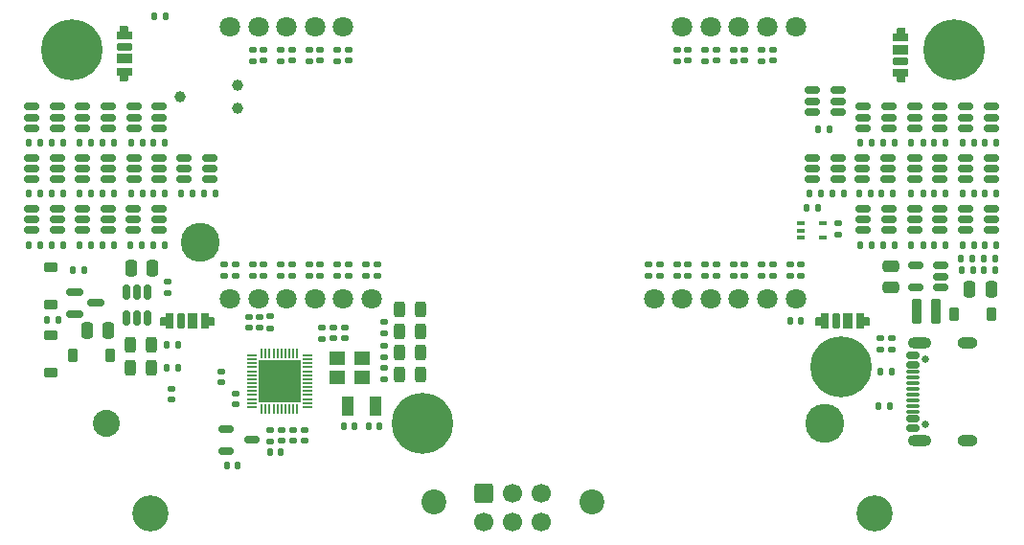
<source format=gbr>
%TF.GenerationSoftware,KiCad,Pcbnew,8.0.6*%
%TF.CreationDate,2024-12-15T00:33:14-05:00*%
%TF.ProjectId,VFDSAO,56464453-414f-42e6-9b69-6361645f7063,rev?*%
%TF.SameCoordinates,Original*%
%TF.FileFunction,Soldermask,Top*%
%TF.FilePolarity,Negative*%
%FSLAX46Y46*%
G04 Gerber Fmt 4.6, Leading zero omitted, Abs format (unit mm)*
G04 Created by KiCad (PCBNEW 8.0.6) date 2024-12-15 00:33:14*
%MOMM*%
%LPD*%
G01*
G04 APERTURE LIST*
G04 Aperture macros list*
%AMRoundRect*
0 Rectangle with rounded corners*
0 $1 Rounding radius*
0 $2 $3 $4 $5 $6 $7 $8 $9 X,Y pos of 4 corners*
0 Add a 4 corners polygon primitive as box body*
4,1,4,$2,$3,$4,$5,$6,$7,$8,$9,$2,$3,0*
0 Add four circle primitives for the rounded corners*
1,1,$1+$1,$2,$3*
1,1,$1+$1,$4,$5*
1,1,$1+$1,$6,$7*
1,1,$1+$1,$8,$9*
0 Add four rect primitives between the rounded corners*
20,1,$1+$1,$2,$3,$4,$5,0*
20,1,$1+$1,$4,$5,$6,$7,0*
20,1,$1+$1,$6,$7,$8,$9,0*
20,1,$1+$1,$8,$9,$2,$3,0*%
%AMFreePoly0*
4,1,45,0.313254,0.697394,0.316790,0.695930,0.363792,0.655799,0.370930,0.641790,0.372394,0.638254,0.380000,0.600000,0.380000,-0.600000,0.372394,-0.638254,0.370930,-0.641790,0.330799,-0.688792,0.316790,-0.695930,0.313254,-0.697394,0.275000,-0.705000,-0.275000,-0.705000,-0.313254,-0.697394,-0.316790,-0.695930,-0.363792,-0.655799,-0.370930,-0.641790,-0.372394,-0.638254,-0.380000,-0.600000,
-0.380000,-0.305000,-0.725000,-0.305000,-0.763254,-0.297394,-0.766790,-0.295930,-0.813792,-0.255799,-0.820930,-0.241790,-0.822394,-0.238254,-0.830000,-0.200000,-0.830000,0.350000,-0.822394,0.388254,-0.820930,0.391790,-0.780799,0.438792,-0.766790,0.445930,-0.763254,0.447394,-0.725000,0.455000,-0.380000,0.455000,-0.380000,0.600000,-0.372394,0.638254,-0.370930,0.641790,-0.330799,0.688792,
-0.316790,0.695930,-0.313254,0.697394,-0.275000,0.705000,0.275000,0.705000,0.313254,0.697394,0.313254,0.697394,$1*%
%AMFreePoly1*
4,1,45,0.313254,0.697394,0.316790,0.695930,0.363792,0.655799,0.370930,0.641790,0.372394,0.638254,0.380000,0.600000,0.380000,0.455000,0.725000,0.455000,0.763254,0.447394,0.766790,0.445930,0.813792,0.405799,0.820930,0.391790,0.822394,0.388254,0.830000,0.350000,0.830000,-0.200000,0.822394,-0.238254,0.820930,-0.241790,0.780799,-0.288792,0.766790,-0.295930,0.763254,-0.297394,
0.725000,-0.305000,0.380000,-0.305000,0.380000,-0.600000,0.372394,-0.638254,0.370930,-0.641790,0.330799,-0.688792,0.316790,-0.695930,0.313254,-0.697394,0.275000,-0.705000,-0.275000,-0.705000,-0.313254,-0.697394,-0.316790,-0.695930,-0.363792,-0.655799,-0.370930,-0.641790,-0.372394,-0.638254,-0.380000,-0.600000,-0.380000,0.600000,-0.372394,0.638254,-0.370930,0.641790,-0.330799,0.688792,
-0.316790,0.695930,-0.313254,0.697394,-0.275000,0.705000,0.275000,0.705000,0.313254,0.697394,0.313254,0.697394,$1*%
G04 Aperture macros list end*
%ADD10RoundRect,0.150000X-0.512500X-0.150000X0.512500X-0.150000X0.512500X0.150000X-0.512500X0.150000X0*%
%ADD11RoundRect,0.135000X-0.135000X-0.185000X0.135000X-0.185000X0.135000X0.185000X-0.135000X0.185000X0*%
%ADD12RoundRect,0.140000X0.170000X-0.140000X0.170000X0.140000X-0.170000X0.140000X-0.170000X-0.140000X0*%
%ADD13RoundRect,0.135000X0.135000X0.185000X-0.135000X0.185000X-0.135000X-0.185000X0.135000X-0.185000X0*%
%ADD14RoundRect,0.135000X0.185000X-0.135000X0.185000X0.135000X-0.185000X0.135000X-0.185000X-0.135000X0*%
%ADD15C,0.650000*%
%ADD16RoundRect,0.150000X0.425000X-0.150000X0.425000X0.150000X-0.425000X0.150000X-0.425000X-0.150000X0*%
%ADD17RoundRect,0.075000X0.500000X-0.075000X0.500000X0.075000X-0.500000X0.075000X-0.500000X-0.075000X0*%
%ADD18O,2.100000X1.000000*%
%ADD19O,1.800000X1.000000*%
%ADD20RoundRect,0.140000X-0.170000X0.140000X-0.170000X-0.140000X0.170000X-0.140000X0.170000X0.140000X0*%
%ADD21C,1.800000*%
%ADD22C,3.200000*%
%ADD23RoundRect,0.212500X-0.212500X-0.887500X0.212500X-0.887500X0.212500X0.887500X-0.212500X0.887500X0*%
%ADD24RoundRect,0.135000X-0.185000X0.135000X-0.185000X-0.135000X0.185000X-0.135000X0.185000X0.135000X0*%
%ADD25C,5.400000*%
%ADD26R,1.400000X1.200000*%
%ADD27C,2.200000*%
%ADD28RoundRect,0.225000X0.375000X-0.225000X0.375000X0.225000X-0.375000X0.225000X-0.375000X-0.225000X0*%
%ADD29RoundRect,0.243750X-0.243750X-0.456250X0.243750X-0.456250X0.243750X0.456250X-0.243750X0.456250X0*%
%ADD30RoundRect,0.140000X0.140000X0.170000X-0.140000X0.170000X-0.140000X-0.170000X0.140000X-0.170000X0*%
%ADD31RoundRect,0.050000X0.350000X0.050000X-0.350000X0.050000X-0.350000X-0.050000X0.350000X-0.050000X0*%
%ADD32RoundRect,0.050000X0.050000X0.350000X-0.050000X0.350000X-0.050000X-0.350000X0.050000X-0.350000X0*%
%ADD33R,3.700000X3.700000*%
%ADD34RoundRect,0.243750X0.243750X0.456250X-0.243750X0.456250X-0.243750X-0.456250X0.243750X-0.456250X0*%
%ADD35RoundRect,0.150000X0.512500X0.150000X-0.512500X0.150000X-0.512500X-0.150000X0.512500X-0.150000X0*%
%ADD36R,1.000000X1.800000*%
%ADD37RoundRect,0.150000X-0.587500X-0.150000X0.587500X-0.150000X0.587500X0.150000X-0.587500X0.150000X0*%
%ADD38FreePoly0,90.000000*%
%ADD39RoundRect,0.102000X0.600000X-0.350000X0.600000X0.350000X-0.600000X0.350000X-0.600000X-0.350000X0*%
%ADD40RoundRect,0.102000X0.600000X-0.225000X0.600000X0.225000X-0.600000X0.225000X-0.600000X-0.225000X0*%
%ADD41FreePoly1,90.000000*%
%ADD42RoundRect,0.225000X0.225000X0.375000X-0.225000X0.375000X-0.225000X-0.375000X0.225000X-0.375000X0*%
%ADD43RoundRect,0.250000X-0.250000X-0.475000X0.250000X-0.475000X0.250000X0.475000X-0.250000X0.475000X0*%
%ADD44RoundRect,0.100000X-0.225000X-0.100000X0.225000X-0.100000X0.225000X0.100000X-0.225000X0.100000X0*%
%ADD45FreePoly0,270.000000*%
%ADD46RoundRect,0.102000X-0.600000X0.350000X-0.600000X-0.350000X0.600000X-0.350000X0.600000X0.350000X0*%
%ADD47RoundRect,0.102000X-0.600000X0.225000X-0.600000X-0.225000X0.600000X-0.225000X0.600000X0.225000X0*%
%ADD48FreePoly1,270.000000*%
%ADD49RoundRect,0.140000X-0.140000X-0.170000X0.140000X-0.170000X0.140000X0.170000X-0.140000X0.170000X0*%
%ADD50RoundRect,0.150000X-0.150000X0.512500X-0.150000X-0.512500X0.150000X-0.512500X0.150000X0.512500X0*%
%ADD51RoundRect,0.250000X0.250000X0.475000X-0.250000X0.475000X-0.250000X-0.475000X0.250000X-0.475000X0*%
%ADD52RoundRect,0.225000X-0.225000X-0.375000X0.225000X-0.375000X0.225000X0.375000X-0.225000X0.375000X0*%
%ADD53RoundRect,0.250000X0.475000X-0.250000X0.475000X0.250000X-0.475000X0.250000X-0.475000X-0.250000X0*%
%ADD54FreePoly0,180.000000*%
%ADD55RoundRect,0.102000X0.350000X0.600000X-0.350000X0.600000X-0.350000X-0.600000X0.350000X-0.600000X0*%
%ADD56RoundRect,0.102000X0.225000X0.600000X-0.225000X0.600000X-0.225000X-0.600000X0.225000X-0.600000X0*%
%ADD57FreePoly1,180.000000*%
%ADD58C,0.990600*%
%ADD59C,2.390000*%
%ADD60C,3.450000*%
%ADD61RoundRect,0.250000X-0.600000X0.600000X-0.600000X-0.600000X0.600000X-0.600000X0.600000X0.600000X0*%
%ADD62C,1.700000*%
G04 APERTURE END LIST*
D10*
%TO.C,Q61*%
X62000000Y-79050000D03*
X62000000Y-80000000D03*
X62000000Y-80950000D03*
X64275000Y-80950000D03*
X64275000Y-80000000D03*
X64275000Y-79050000D03*
%TD*%
D11*
%TO.C,R76*%
X61740000Y-82250000D03*
X62760000Y-82250000D03*
%TD*%
D12*
%TO.C,C32*%
X77600000Y-89580000D03*
X77600000Y-88620000D03*
%TD*%
D13*
%TO.C,R15*%
X127010000Y-79000000D03*
X125990000Y-79000000D03*
%TD*%
D11*
%TO.C,R84*%
X130740000Y-82250000D03*
X131760000Y-82250000D03*
%TD*%
D13*
%TO.C,R37*%
X69260000Y-77750000D03*
X68240000Y-77750000D03*
%TD*%
D10*
%TO.C,Q65*%
X61995000Y-74550000D03*
X61995000Y-75500000D03*
X61995000Y-76450000D03*
X64270000Y-76450000D03*
X64270000Y-75500000D03*
X64270000Y-74550000D03*
%TD*%
D11*
%TO.C,R83*%
X139740000Y-77750000D03*
X140760000Y-77750000D03*
%TD*%
D14*
%TO.C,R62*%
X120500000Y-85010000D03*
X120500000Y-83990000D03*
%TD*%
D15*
%TO.C,J11*%
X136475000Y-98140000D03*
X136475000Y-92360000D03*
D16*
X135400000Y-98450000D03*
X135400000Y-97650000D03*
D17*
X135400000Y-96500000D03*
X135400000Y-95500000D03*
X135400000Y-95000000D03*
X135400000Y-94000000D03*
D16*
X135400000Y-92850000D03*
X135400000Y-92050000D03*
X135400000Y-92050000D03*
X135400000Y-92850000D03*
D17*
X135400000Y-93500000D03*
X135400000Y-94500000D03*
X135400000Y-96000000D03*
X135400000Y-97000000D03*
D16*
X135400000Y-97650000D03*
X135400000Y-98450000D03*
D18*
X135975000Y-99570000D03*
D19*
X140155000Y-99570000D03*
D18*
X135975000Y-90930000D03*
D19*
X140155000Y-90930000D03*
%TD*%
D20*
%TO.C,C27*%
X132500000Y-90520000D03*
X132500000Y-91480000D03*
%TD*%
%TO.C,C41*%
X123000000Y-65020000D03*
X123000000Y-65980000D03*
%TD*%
D11*
%TO.C,R72*%
X66240000Y-77750000D03*
X67260000Y-77750000D03*
%TD*%
D12*
%TO.C,C43*%
X77000000Y-84980000D03*
X77000000Y-84020000D03*
%TD*%
D21*
%TO.C,D25*%
X75000000Y-63000000D03*
X77500000Y-63000000D03*
X80000000Y-63000000D03*
X82500000Y-63000000D03*
X85000000Y-63000000D03*
X115000000Y-63000000D03*
X117500000Y-63000000D03*
X120000000Y-63000000D03*
X122500000Y-63000000D03*
X125000000Y-63000000D03*
X125000000Y-87000000D03*
X122500000Y-87000000D03*
X120000000Y-87000000D03*
X117500000Y-87000000D03*
X115000000Y-87000000D03*
X112500000Y-87000000D03*
X87500000Y-87000000D03*
X85000000Y-87000000D03*
X82500000Y-87000000D03*
X80000000Y-87000000D03*
X77500000Y-87000000D03*
X75000000Y-87000000D03*
%TD*%
D22*
%TO.C,H17*%
X68000000Y-106000000D03*
%TD*%
D10*
%TO.C,Q54*%
X135500000Y-70050000D03*
X135500000Y-71000000D03*
X135500000Y-71950000D03*
X137775000Y-71950000D03*
X137775000Y-71000000D03*
X137775000Y-70050000D03*
%TD*%
D13*
%TO.C,R51*%
X60260000Y-77750000D03*
X59240000Y-77750000D03*
%TD*%
D23*
%TO.C,L11*%
X135750000Y-88100000D03*
X137400000Y-88100000D03*
%TD*%
D13*
%TO.C,R35*%
X64760000Y-73250000D03*
X63740000Y-73250000D03*
%TD*%
%TO.C,R43*%
X60260000Y-82250000D03*
X59240000Y-82250000D03*
%TD*%
%TO.C,R53*%
X64755000Y-77750000D03*
X63735000Y-77750000D03*
%TD*%
D24*
%TO.C,R40*%
X82000000Y-64990000D03*
X82000000Y-66010000D03*
%TD*%
D25*
%TO.C,H11*%
X92000000Y-98000000D03*
%TD*%
D26*
%TO.C,Y12*%
X84450000Y-94000000D03*
X86650000Y-94000000D03*
X86650000Y-92300000D03*
X84450000Y-92300000D03*
%TD*%
D14*
%TO.C,R19*%
X69500000Y-86510000D03*
X69500000Y-85490000D03*
%TD*%
D20*
%TO.C,C11*%
X128800000Y-80370000D03*
X128800000Y-81330000D03*
%TD*%
D27*
%TO.C,H16*%
X107000000Y-105000000D03*
%TD*%
D20*
%TO.C,C28*%
X80600000Y-98620000D03*
X80600000Y-99580000D03*
%TD*%
D28*
%TO.C,D16*%
X59200000Y-93550000D03*
X59200000Y-90250000D03*
%TD*%
D14*
%TO.C,R50*%
X83000000Y-85010000D03*
X83000000Y-83990000D03*
%TD*%
%TO.C,R18*%
X78600000Y-89610000D03*
X78600000Y-88590000D03*
%TD*%
D10*
%TO.C,Q57*%
X66500000Y-74550000D03*
X66500000Y-75500000D03*
X66500000Y-76450000D03*
X68775000Y-76450000D03*
X68775000Y-75500000D03*
X68775000Y-74550000D03*
%TD*%
D13*
%TO.C,R63*%
X138260000Y-82250000D03*
X137240000Y-82250000D03*
%TD*%
D10*
%TO.C,Q67*%
X135500000Y-74550000D03*
X135500000Y-75500000D03*
X135500000Y-76450000D03*
X137775000Y-76450000D03*
X137775000Y-75500000D03*
X137775000Y-74550000D03*
%TD*%
D29*
%TO.C,D17*%
X66162500Y-93100000D03*
X68037500Y-93100000D03*
%TD*%
D13*
%TO.C,R14*%
X133310000Y-96500000D03*
X132290000Y-96500000D03*
%TD*%
D14*
%TO.C,R64*%
X123000000Y-85010000D03*
X123000000Y-83990000D03*
%TD*%
D10*
%TO.C,Q62*%
X66480000Y-79050000D03*
X66480000Y-80000000D03*
X66480000Y-80950000D03*
X68755000Y-80950000D03*
X68755000Y-80000000D03*
X68755000Y-79050000D03*
%TD*%
D30*
%TO.C,C12*%
X127980000Y-72000000D03*
X127020000Y-72000000D03*
%TD*%
D31*
%TO.C,U15*%
X81830000Y-96575000D03*
X81830000Y-96225000D03*
X81830000Y-95875000D03*
X81830000Y-95525000D03*
X81830000Y-95175000D03*
X81830000Y-94825000D03*
X81830000Y-94475000D03*
X81830000Y-94125000D03*
X81830000Y-93775000D03*
X81830000Y-93425000D03*
X81830000Y-93075000D03*
X81830000Y-92725000D03*
X81830000Y-92375000D03*
X81830000Y-92025000D03*
D32*
X80955000Y-91850000D03*
X80605000Y-91850000D03*
X80255000Y-91850000D03*
X79905000Y-91850000D03*
X79555000Y-91850000D03*
X79205000Y-91850000D03*
X78855000Y-91850000D03*
X78505000Y-91850000D03*
X78155000Y-91850000D03*
X77805000Y-91850000D03*
D31*
X76930000Y-92025000D03*
X76930000Y-92375000D03*
X76930000Y-92725000D03*
X76930000Y-93075000D03*
X76930000Y-93425000D03*
X76930000Y-93775000D03*
X76930000Y-94125000D03*
X76930000Y-94475000D03*
X76930000Y-94825000D03*
X76930000Y-95175000D03*
X76930000Y-95525000D03*
X76930000Y-95875000D03*
X76930000Y-96225000D03*
X76930000Y-96575000D03*
D32*
X77805000Y-96750000D03*
X78155000Y-96750000D03*
X78505000Y-96750000D03*
X78855000Y-96750000D03*
X79205000Y-96750000D03*
X79555000Y-96750000D03*
X79905000Y-96750000D03*
X80255000Y-96750000D03*
X80605000Y-96750000D03*
X80955000Y-96750000D03*
D33*
X79380000Y-94300000D03*
%TD*%
D10*
%TO.C,Q56*%
X62000000Y-70050000D03*
X62000000Y-71000000D03*
X62000000Y-71950000D03*
X64275000Y-71950000D03*
X64275000Y-71000000D03*
X64275000Y-70050000D03*
%TD*%
%TO.C,Q53*%
X131000000Y-70050000D03*
X131000000Y-71000000D03*
X131000000Y-71950000D03*
X133275000Y-71950000D03*
X133275000Y-71000000D03*
X133275000Y-70050000D03*
%TD*%
D24*
%TO.C,R42*%
X122000000Y-64990000D03*
X122000000Y-66010000D03*
%TD*%
D13*
%TO.C,R33*%
X60260000Y-73250000D03*
X59240000Y-73250000D03*
%TD*%
%TO.C,R65*%
X142760000Y-82250000D03*
X141740000Y-82250000D03*
%TD*%
%TO.C,R45*%
X64760000Y-82250000D03*
X63740000Y-82250000D03*
%TD*%
D11*
%TO.C,R75*%
X57240000Y-82250000D03*
X58260000Y-82250000D03*
%TD*%
D34*
%TO.C,D12*%
X91837500Y-91800000D03*
X89962500Y-91800000D03*
%TD*%
D13*
%TO.C,R59*%
X142760000Y-77750000D03*
X141740000Y-77750000D03*
%TD*%
%TO.C,R49*%
X69260000Y-73250000D03*
X68240000Y-73250000D03*
%TD*%
D35*
%TO.C,U16*%
X137862500Y-86000000D03*
X137862500Y-85050000D03*
X137862500Y-84100000D03*
X135587500Y-84100000D03*
X135587500Y-86000000D03*
%TD*%
D13*
%TO.C,R20*%
X69319771Y-62028255D03*
X68299771Y-62028255D03*
%TD*%
D11*
%TO.C,R79*%
X57240000Y-77750000D03*
X58260000Y-77750000D03*
%TD*%
D10*
%TO.C,Q58*%
X70980000Y-74550000D03*
X70980000Y-75500000D03*
X70980000Y-76450000D03*
X73255000Y-76450000D03*
X73255000Y-75500000D03*
X73255000Y-74550000D03*
%TD*%
D11*
%TO.C,R69*%
X135240000Y-73250000D03*
X136260000Y-73250000D03*
%TD*%
D29*
%TO.C,D14*%
X66200000Y-91100000D03*
X68075000Y-91100000D03*
%TD*%
D12*
%TO.C,C25*%
X69800000Y-95930000D03*
X69800000Y-94970000D03*
%TD*%
D14*
%TO.C,R13*%
X83150000Y-90550000D03*
X83150000Y-89530000D03*
%TD*%
D10*
%TO.C,Q52*%
X126500000Y-74550000D03*
X126500000Y-75500000D03*
X126500000Y-76450000D03*
X128775000Y-76450000D03*
X128775000Y-75500000D03*
X128775000Y-74550000D03*
%TD*%
D14*
%TO.C,R46*%
X78000000Y-85010000D03*
X78000000Y-83990000D03*
%TD*%
D36*
%TO.C,Y11*%
X85400000Y-96550000D03*
X87900000Y-96550000D03*
%TD*%
D37*
%TO.C,Q11*%
X61312500Y-86450000D03*
X61312500Y-88350000D03*
X63187500Y-87400000D03*
%TD*%
D14*
%TO.C,R56*%
X113000000Y-85010000D03*
X113000000Y-83990000D03*
%TD*%
D25*
%TO.C,H12*%
X129000000Y-93000000D03*
%TD*%
D24*
%TO.C,R36*%
X79500000Y-64990000D03*
X79500000Y-66010000D03*
%TD*%
D20*
%TO.C,C34*%
X115500000Y-65020000D03*
X115500000Y-65980000D03*
%TD*%
D13*
%TO.C,R17*%
X70410000Y-93100000D03*
X69390000Y-93100000D03*
%TD*%
D20*
%TO.C,C31*%
X79600000Y-98620000D03*
X79600000Y-99580000D03*
%TD*%
D38*
%TO.C,D22*%
X65720000Y-66925000D03*
D39*
X65720000Y-65800000D03*
D40*
X65720000Y-64775000D03*
D41*
X65720000Y-63775000D03*
%TD*%
D11*
%TO.C,R82*%
X135240000Y-77750000D03*
X136260000Y-77750000D03*
%TD*%
D14*
%TO.C,R52*%
X85500000Y-85010000D03*
X85500000Y-83990000D03*
%TD*%
D34*
%TO.C,D11*%
X91837500Y-88000000D03*
X89962500Y-88000000D03*
%TD*%
D42*
%TO.C,D23*%
X142325000Y-88400000D03*
X139025000Y-88400000D03*
%TD*%
D24*
%TO.C,R30*%
X117000000Y-64990000D03*
X117000000Y-66010000D03*
%TD*%
D14*
%TO.C,R54*%
X88000000Y-85010000D03*
X88000000Y-83990000D03*
%TD*%
D13*
%TO.C,R25*%
X142685000Y-84500000D03*
X141665000Y-84500000D03*
%TD*%
D28*
%TO.C,D21*%
X59187500Y-87500000D03*
X59187500Y-84200000D03*
%TD*%
D43*
%TO.C,C18*%
X66250000Y-84337500D03*
X68150000Y-84337500D03*
%TD*%
D11*
%TO.C,R70*%
X57240000Y-73250000D03*
X58260000Y-73250000D03*
%TD*%
D10*
%TO.C,Q64*%
X57500000Y-74550000D03*
X57500000Y-75500000D03*
X57500000Y-76450000D03*
X59775000Y-76450000D03*
X59775000Y-75500000D03*
X59775000Y-74550000D03*
%TD*%
D14*
%TO.C,R58*%
X115500000Y-85010000D03*
X115500000Y-83990000D03*
%TD*%
D44*
%TO.C,U11*%
X125500000Y-80350000D03*
X125500000Y-81000000D03*
X125500000Y-81650000D03*
X127400000Y-81650000D03*
X127400000Y-80350000D03*
%TD*%
D45*
%TO.C,D24*%
X134280000Y-63875000D03*
D46*
X134280000Y-65000000D03*
D47*
X134280000Y-66025000D03*
D48*
X134280000Y-67025000D03*
%TD*%
D11*
%TO.C,R71*%
X61740000Y-73250000D03*
X62760000Y-73250000D03*
%TD*%
D34*
%TO.C,D13*%
X91850000Y-93750000D03*
X89975000Y-93750000D03*
%TD*%
D11*
%TO.C,R81*%
X130602500Y-77750000D03*
X131622500Y-77750000D03*
%TD*%
D49*
%TO.C,C15*%
X85070000Y-98250000D03*
X86030000Y-98250000D03*
%TD*%
D12*
%TO.C,C53*%
X124500000Y-84980000D03*
X124500000Y-84020000D03*
%TD*%
D20*
%TO.C,C37*%
X78000000Y-65020000D03*
X78000000Y-65980000D03*
%TD*%
D50*
%TO.C,U14*%
X67750000Y-86462500D03*
X66800000Y-86462500D03*
X65850000Y-86462500D03*
X65850000Y-88737500D03*
X66800000Y-88737500D03*
X67750000Y-88737500D03*
%TD*%
D20*
%TO.C,C35*%
X118000000Y-65020000D03*
X118000000Y-65980000D03*
%TD*%
D14*
%TO.C,R60*%
X118000000Y-85010000D03*
X118000000Y-83990000D03*
%TD*%
D11*
%TO.C,R73*%
X70720000Y-77750000D03*
X71740000Y-77750000D03*
%TD*%
D13*
%TO.C,R39*%
X73740000Y-77750000D03*
X72720000Y-77750000D03*
%TD*%
D12*
%TO.C,C26*%
X85150000Y-90510000D03*
X85150000Y-89550000D03*
%TD*%
D24*
%TO.C,R12*%
X88600000Y-93090000D03*
X88600000Y-94110000D03*
%TD*%
%TO.C,R38*%
X84500000Y-64990000D03*
X84500000Y-66010000D03*
%TD*%
D12*
%TO.C,C50*%
X117000000Y-84980000D03*
X117000000Y-84020000D03*
%TD*%
D24*
%TO.C,R32*%
X119500000Y-64990000D03*
X119500000Y-66010000D03*
%TD*%
D13*
%TO.C,R41*%
X142760000Y-73250000D03*
X141740000Y-73250000D03*
%TD*%
D25*
%TO.C,H14*%
X139000000Y-65000000D03*
%TD*%
D10*
%TO.C,U13*%
X126500000Y-68600000D03*
X126500000Y-69550000D03*
X126500000Y-70500000D03*
X128775000Y-70500000D03*
X128775000Y-69550000D03*
X128775000Y-68600000D03*
%TD*%
D12*
%TO.C,C24*%
X84150000Y-90510000D03*
X84150000Y-89550000D03*
%TD*%
D14*
%TO.C,R22*%
X88600000Y-90060000D03*
X88600000Y-89040000D03*
%TD*%
D11*
%TO.C,R74*%
X139740000Y-73250000D03*
X140760000Y-73250000D03*
%TD*%
D10*
%TO.C,Q60*%
X57500000Y-79050000D03*
X57500000Y-80000000D03*
X57500000Y-80950000D03*
X59775000Y-80950000D03*
X59775000Y-80000000D03*
X59775000Y-79050000D03*
%TD*%
D13*
%TO.C,R27*%
X129260000Y-77750000D03*
X128240000Y-77750000D03*
%TD*%
D14*
%TO.C,R66*%
X125500000Y-85010000D03*
X125500000Y-83990000D03*
%TD*%
D51*
%TO.C,C13*%
X64250000Y-89800000D03*
X62350000Y-89800000D03*
%TD*%
D13*
%TO.C,R31*%
X138260000Y-73250000D03*
X137240000Y-73250000D03*
%TD*%
D11*
%TO.C,R77*%
X66220000Y-82250000D03*
X67240000Y-82250000D03*
%TD*%
D13*
%TO.C,R16*%
X70410000Y-91100000D03*
X69390000Y-91100000D03*
%TD*%
%TO.C,R29*%
X133760000Y-73250000D03*
X132740000Y-73250000D03*
%TD*%
D11*
%TO.C,R85*%
X135240000Y-82250000D03*
X136260000Y-82250000D03*
%TD*%
D12*
%TO.C,C42*%
X74500000Y-84980000D03*
X74500000Y-84020000D03*
%TD*%
D10*
%TO.C,Q66*%
X130862500Y-74550000D03*
X130862500Y-75500000D03*
X130862500Y-76450000D03*
X133137500Y-76450000D03*
X133137500Y-75500000D03*
X133137500Y-74550000D03*
%TD*%
D11*
%TO.C,R67*%
X126240000Y-77750000D03*
X127260000Y-77750000D03*
%TD*%
D30*
%TO.C,C23*%
X125500000Y-89000000D03*
X124540000Y-89000000D03*
%TD*%
D11*
%TO.C,R78*%
X66240000Y-73250000D03*
X67260000Y-73250000D03*
%TD*%
D13*
%TO.C,R57*%
X138260000Y-77750000D03*
X137240000Y-77750000D03*
%TD*%
%TO.C,R24*%
X59847500Y-88900000D03*
X58827500Y-88900000D03*
%TD*%
D12*
%TO.C,C46*%
X84500000Y-84980000D03*
X84500000Y-84020000D03*
%TD*%
D14*
%TO.C,R44*%
X75500000Y-85010000D03*
X75500000Y-83990000D03*
%TD*%
D52*
%TO.C,D15*%
X61150000Y-92000000D03*
X64450000Y-92000000D03*
%TD*%
D20*
%TO.C,C36*%
X120500000Y-65020000D03*
X120500000Y-65980000D03*
%TD*%
D27*
%TO.C,H15*%
X93000000Y-105000000D03*
%TD*%
D13*
%TO.C,R26*%
X140685000Y-84500000D03*
X139665000Y-84500000D03*
%TD*%
D20*
%TO.C,C21*%
X81600000Y-98620000D03*
X81600000Y-99580000D03*
%TD*%
D14*
%TO.C,R11*%
X88600000Y-92160000D03*
X88600000Y-91140000D03*
%TD*%
D11*
%TO.C,R1*%
X132490000Y-93500000D03*
X133510000Y-93500000D03*
%TD*%
D34*
%TO.C,D19*%
X91862500Y-89900000D03*
X89987500Y-89900000D03*
%TD*%
D10*
%TO.C,Q59*%
X140000000Y-70050000D03*
X140000000Y-71000000D03*
X140000000Y-71950000D03*
X142275000Y-71950000D03*
X142275000Y-71000000D03*
X142275000Y-70050000D03*
%TD*%
D12*
%TO.C,C44*%
X79500000Y-84980000D03*
X79500000Y-84020000D03*
%TD*%
D11*
%TO.C,R80*%
X61735000Y-77750000D03*
X62755000Y-77750000D03*
%TD*%
D20*
%TO.C,C40*%
X83000000Y-65020000D03*
X83000000Y-65980000D03*
%TD*%
D10*
%TO.C,Q69*%
X131000000Y-79050000D03*
X131000000Y-80000000D03*
X131000000Y-80950000D03*
X133275000Y-80950000D03*
X133275000Y-80000000D03*
X133275000Y-79050000D03*
%TD*%
D13*
%TO.C,R47*%
X69240000Y-82250000D03*
X68220000Y-82250000D03*
%TD*%
D12*
%TO.C,C48*%
X112000000Y-84980000D03*
X112000000Y-84020000D03*
%TD*%
D49*
%TO.C,C17*%
X78520000Y-100575000D03*
X79480000Y-100575000D03*
%TD*%
D12*
%TO.C,C51*%
X119500000Y-84980000D03*
X119500000Y-84020000D03*
%TD*%
D14*
%TO.C,R21*%
X78550000Y-99610000D03*
X78550000Y-98590000D03*
%TD*%
D10*
%TO.C,Q68*%
X140000000Y-74550000D03*
X140000000Y-75500000D03*
X140000000Y-76450000D03*
X142275000Y-76450000D03*
X142275000Y-75500000D03*
X142275000Y-74550000D03*
%TD*%
%TO.C,U12*%
X74662500Y-98550000D03*
X74662500Y-100450000D03*
X76937500Y-99500000D03*
%TD*%
D13*
%TO.C,R61*%
X133760000Y-82250000D03*
X132740000Y-82250000D03*
%TD*%
D12*
%TO.C,C45*%
X82000000Y-84980000D03*
X82000000Y-84020000D03*
%TD*%
D20*
%TO.C,C22*%
X75550000Y-95370000D03*
X75550000Y-96330000D03*
%TD*%
D24*
%TO.C,R34*%
X77000000Y-64990000D03*
X77000000Y-66010000D03*
%TD*%
D22*
%TO.C,H18*%
X132000000Y-106000000D03*
%TD*%
D30*
%TO.C,C14*%
X88230000Y-98250000D03*
X87270000Y-98250000D03*
%TD*%
D13*
%TO.C,R88*%
X140660000Y-83500000D03*
X139640000Y-83500000D03*
%TD*%
D20*
%TO.C,C19*%
X133500000Y-90520000D03*
X133500000Y-91480000D03*
%TD*%
D51*
%TO.C,C33*%
X142275000Y-86150000D03*
X140375000Y-86150000D03*
%TD*%
D53*
%TO.C,C29*%
X133400000Y-86050000D03*
X133400000Y-84150000D03*
%TD*%
D54*
%TO.C,D20*%
X72825000Y-88980000D03*
D55*
X71700000Y-88980000D03*
D56*
X70675000Y-88980000D03*
D57*
X69675000Y-88980000D03*
%TD*%
D54*
%TO.C,D18*%
X130725000Y-88980000D03*
D55*
X129600000Y-88980000D03*
D56*
X128575000Y-88980000D03*
D57*
X127575000Y-88980000D03*
%TD*%
D12*
%TO.C,C47*%
X87000000Y-84980000D03*
X87000000Y-84020000D03*
%TD*%
D13*
%TO.C,R55*%
X133622500Y-77750000D03*
X132602500Y-77750000D03*
%TD*%
D20*
%TO.C,C38*%
X80500000Y-65020000D03*
X80500000Y-65980000D03*
%TD*%
D10*
%TO.C,Q71*%
X140000000Y-79050000D03*
X140000000Y-80000000D03*
X140000000Y-80950000D03*
X142275000Y-80950000D03*
X142275000Y-80000000D03*
X142275000Y-79050000D03*
%TD*%
D25*
%TO.C,H13*%
X61000000Y-65000000D03*
%TD*%
D12*
%TO.C,C52*%
X122000000Y-84980000D03*
X122000000Y-84020000D03*
%TD*%
D14*
%TO.C,R48*%
X80500000Y-85010000D03*
X80500000Y-83990000D03*
%TD*%
D12*
%TO.C,C30*%
X76700000Y-89580000D03*
X76700000Y-88620000D03*
%TD*%
D24*
%TO.C,R28*%
X114500000Y-64990000D03*
X114500000Y-66010000D03*
%TD*%
D10*
%TO.C,Q55*%
X57500000Y-70050000D03*
X57500000Y-71000000D03*
X57500000Y-71950000D03*
X59775000Y-71950000D03*
X59775000Y-71000000D03*
X59775000Y-70050000D03*
%TD*%
D13*
%TO.C,R23*%
X62097500Y-84450000D03*
X61077500Y-84450000D03*
%TD*%
%TO.C,R87*%
X142660000Y-83500000D03*
X141640000Y-83500000D03*
%TD*%
D12*
%TO.C,C49*%
X114500000Y-84980000D03*
X114500000Y-84020000D03*
%TD*%
D11*
%TO.C,R86*%
X139740000Y-82250000D03*
X140760000Y-82250000D03*
%TD*%
D10*
%TO.C,Q70*%
X135500000Y-79050000D03*
X135500000Y-80000000D03*
X135500000Y-80950000D03*
X137775000Y-80950000D03*
X137775000Y-80000000D03*
X137775000Y-79050000D03*
%TD*%
D20*
%TO.C,C39*%
X85500000Y-65020000D03*
X85500000Y-65980000D03*
%TD*%
D12*
%TO.C,C20*%
X74200000Y-94380000D03*
X74200000Y-93420000D03*
%TD*%
D49*
%TO.C,C16*%
X74745000Y-101750000D03*
X75705000Y-101750000D03*
%TD*%
D11*
%TO.C,R68*%
X130740000Y-73250000D03*
X131760000Y-73250000D03*
%TD*%
D10*
%TO.C,Q63*%
X66500000Y-70050000D03*
X66500000Y-71000000D03*
X66500000Y-71950000D03*
X68775000Y-71950000D03*
X68775000Y-71000000D03*
X68775000Y-70050000D03*
%TD*%
D58*
%TO.C,J12*%
X70560000Y-69165000D03*
X75640000Y-68149000D03*
X75640000Y-70181000D03*
%TD*%
D59*
%TO.C,BT11*%
X64070000Y-98000000D03*
D60*
X72400000Y-82000000D03*
X127600000Y-98000000D03*
%TD*%
D61*
%TO.C,J16*%
X97455000Y-104247500D03*
D62*
X97455000Y-106787500D03*
X99995000Y-104247500D03*
X99995000Y-106787500D03*
X102535000Y-104247500D03*
X102535000Y-106787500D03*
%TD*%
M02*

</source>
